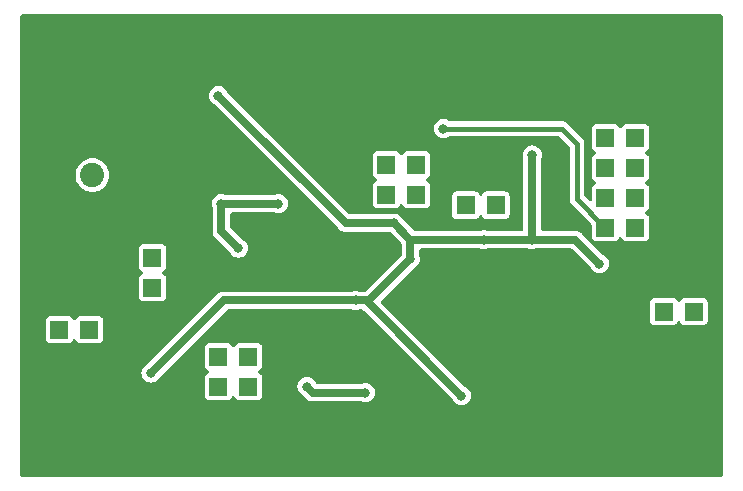
<source format=gbr>
%TF.GenerationSoftware,KiCad,Pcbnew,7.0.8-7.0.8~ubuntu23.04.1*%
%TF.CreationDate,2023-10-24T05:47:13+00:00*%
%TF.ProjectId,PCRD07,50435244-3037-42e6-9b69-6361645f7063,REV*%
%TF.SameCoordinates,PX6bb53e0PY7c5bf00*%
%TF.FileFunction,Copper,L1,Top*%
%TF.FilePolarity,Positive*%
%FSLAX46Y46*%
G04 Gerber Fmt 4.6, Leading zero omitted, Abs format (unit mm)*
G04 Created by KiCad (PCBNEW 7.0.8-7.0.8~ubuntu23.04.1) date 2023-10-24 05:47:13*
%MOMM*%
%LPD*%
G01*
G04 APERTURE LIST*
%TA.AperFunction,ComponentPad*%
%ADD10C,6.000000*%
%TD*%
%TA.AperFunction,ComponentPad*%
%ADD11C,2.050000*%
%TD*%
%TA.AperFunction,ComponentPad*%
%ADD12C,2.250000*%
%TD*%
%TA.AperFunction,ComponentPad*%
%ADD13R,1.524000X1.524000*%
%TD*%
%TA.AperFunction,ViaPad*%
%ADD14C,0.800000*%
%TD*%
%TA.AperFunction,Conductor*%
%ADD15C,0.700000*%
%TD*%
%TA.AperFunction,Conductor*%
%ADD16C,0.450000*%
%TD*%
%TA.AperFunction,Conductor*%
%ADD17C,0.400000*%
%TD*%
G04 APERTURE END LIST*
D10*
%TO.P,M1,1*%
%TO.N,GND*%
X10160000Y40640000D03*
%TD*%
%TO.P,M2,1*%
%TO.N,GND*%
X60960000Y40640000D03*
%TD*%
%TO.P,M3,1*%
%TO.N,GND*%
X10160000Y10160000D03*
%TD*%
%TO.P,M4,1*%
%TO.N,GND*%
X60960000Y10160000D03*
%TD*%
D11*
%TO.P,J8,1,In*%
%TO.N,Net-(J8-In)*%
X11938000Y31369000D03*
D12*
%TO.P,J8,2,Ext*%
%TO.N,GND*%
X9398000Y28829000D03*
X14478000Y28829000D03*
X9398000Y33909000D03*
X14478000Y33909000D03*
%TD*%
D13*
%TO.P,J1,1*%
%TO.N,GND*%
X62865000Y17272000D03*
%TO.P,J1,2*%
X60325000Y17272000D03*
%TO.P,J1,3*%
%TO.N,Net-(D1-K)*%
X62865000Y19812000D03*
%TO.P,J1,4*%
X60325000Y19812000D03*
%TO.P,J1,5*%
%TO.N,GND*%
X62865000Y22352000D03*
%TO.P,J1,6*%
X60325000Y22352000D03*
%TD*%
%TO.P,J2,1*%
%TO.N,GNDA*%
X25146000Y13462000D03*
%TO.P,J2,2*%
X25146000Y16002000D03*
%TD*%
%TO.P,J3,1*%
%TO.N,/#PeakDetect{slash}Trace*%
X22606000Y13462000D03*
%TO.P,J3,2*%
X22606000Y16002000D03*
%TD*%
%TO.P,J5,1*%
%TO.N,GNDA*%
X39370000Y29718000D03*
%TO.P,J5,2*%
X39370000Y32258000D03*
%TD*%
%TO.P,J6,1*%
%TO.N,/A{slash}D*%
X36830000Y29718000D03*
%TO.P,J6,2*%
X36830000Y32258000D03*
%TD*%
%TO.P,J7,1*%
%TO.N,Net-(U3-SDO)*%
X57912000Y32004000D03*
%TO.P,J7,2*%
X55372000Y32004000D03*
%TD*%
%TO.P,J10,1*%
%TO.N,Net-(U3-CONV)*%
X57912000Y26924000D03*
%TO.P,J10,2*%
X55372000Y26924000D03*
%TD*%
%TO.P,J9,1*%
%TO.N,Net-(U3-SDI)*%
X57912000Y34544000D03*
%TO.P,J9,2*%
X55372000Y34544000D03*
%TD*%
%TO.P,J4,1*%
%TO.N,Net-(U3-SCK)*%
X57912000Y29464000D03*
%TO.P,J4,2*%
X55372000Y29464000D03*
%TD*%
%TO.P,J11,1*%
%TO.N,Net-(U3-V_{REF})*%
X46101000Y28829000D03*
%TO.P,J11,2*%
%TO.N,/VCC2*%
X43561000Y28829000D03*
%TD*%
%TO.P,J12,1*%
%TO.N,GND*%
X9144000Y20828000D03*
%TO.P,J12,2*%
X11684000Y20828000D03*
%TO.P,J12,3*%
%TO.N,Net-(C16-Pad1)*%
X9144000Y18288000D03*
%TO.P,J12,4*%
X11684000Y18288000D03*
%TO.P,J12,5*%
%TO.N,GND*%
X9144000Y15748000D03*
%TO.P,J12,6*%
X11684000Y15748000D03*
%TD*%
%TO.P,J13,1*%
%TO.N,Net-(C16-Pad1)*%
X17018000Y21844000D03*
%TO.P,J13,2*%
%TO.N,Net-(J13-Pad2)*%
X17018000Y24384000D03*
%TD*%
D14*
%TO.N,GND*%
X39710000Y37846004D03*
X46736000Y31369000D03*
X48006000Y30226000D03*
%TO.N,VCC*%
X49149000Y25908000D03*
X37465000Y27305006D03*
X45085002Y25908000D03*
X38862006Y24257006D03*
X22606000Y38100000D03*
X16890994Y14605000D03*
X34214750Y20752750D03*
X49177426Y33070772D03*
X54864000Y23876000D03*
X43180000Y12700000D03*
%TO.N,GNDA*%
X35052000Y12954000D03*
X24297562Y25177763D03*
X30099000Y13462000D03*
X22860000Y28956000D03*
X27686008Y28956008D03*
%TO.N,Net-(U3-CONV)*%
X41656000Y35306000D03*
%TD*%
D15*
%TO.N,VCC*%
X37465000Y27305006D02*
X38862006Y25908000D01*
X37464994Y27305000D02*
X37465000Y27305006D01*
X38862006Y24257006D02*
X38862006Y25908000D01*
X49177426Y25936426D02*
X49149000Y25908000D01*
X23038750Y20752750D02*
X16891000Y14605000D01*
X34214750Y20752750D02*
X35357750Y20752750D01*
X22606000Y38100000D02*
X33401000Y27305000D01*
X52832000Y25908000D02*
X45085002Y25908000D01*
X16891000Y14605000D02*
X16890994Y14605000D01*
X35357750Y20752750D02*
X38862006Y24257006D01*
X49177426Y33070772D02*
X49177426Y25936426D01*
X35127250Y20752750D02*
X43180000Y12700000D01*
X49149000Y25908000D02*
X45085002Y25908000D01*
X33401000Y27305000D02*
X37464994Y27305000D01*
X34214750Y20752750D02*
X23038750Y20752750D01*
X38862006Y25908000D02*
X45085002Y25908000D01*
X54864000Y23876000D02*
X52832000Y25908000D01*
X34214750Y20752750D02*
X35127250Y20752750D01*
D16*
%TO.N,GNDA*%
X22860000Y28067000D02*
X22860000Y28448000D01*
X22860000Y28956000D02*
X22860000Y28067000D01*
D15*
X22860000Y26615325D02*
X24297562Y25177763D01*
D17*
X22860000Y28956000D02*
X22860000Y28448000D01*
D15*
X35052000Y12954000D02*
X30607000Y12954000D01*
X27686000Y28956000D02*
X27686008Y28956008D01*
X22860000Y28956000D02*
X22860000Y26615325D01*
X30607000Y12954000D02*
X30099000Y13462000D01*
X22860000Y28956000D02*
X27686000Y28956000D01*
D16*
X22860000Y26615325D02*
X22860000Y28067000D01*
%TO.N,Net-(U3-CONV)*%
X51689000Y35306000D02*
X41656000Y35306000D01*
X55372000Y26924000D02*
X52959000Y29337000D01*
X52959000Y29337000D02*
X52959000Y34036000D01*
X52959000Y34036000D02*
X51689000Y35306000D01*
%TD*%
%TA.AperFunction,Conductor*%
%TO.N,GND*%
G36*
X65227621Y44945498D02*
G01*
X65274114Y44891842D01*
X65285500Y44839500D01*
X65285500Y5960500D01*
X65265498Y5892379D01*
X65211842Y5845886D01*
X65159500Y5834500D01*
X5960500Y5834500D01*
X5892379Y5854502D01*
X5845886Y5908158D01*
X5834500Y5960500D01*
X5834500Y12668484D01*
X21443500Y12668484D01*
X21458353Y12574698D01*
X21515949Y12461658D01*
X21605657Y12371950D01*
X21635289Y12356852D01*
X21718696Y12314354D01*
X21812481Y12299500D01*
X23399518Y12299501D01*
X23493304Y12314354D01*
X23606342Y12371950D01*
X23696050Y12461658D01*
X23753646Y12574696D01*
X23753647Y12574709D01*
X23756163Y12582447D01*
X23796232Y12641055D01*
X23861627Y12668697D01*
X23931585Y12656595D01*
X23983894Y12608593D01*
X23995831Y12582459D01*
X23998352Y12574699D01*
X24055949Y12461658D01*
X24145657Y12371950D01*
X24175289Y12356852D01*
X24258696Y12314354D01*
X24352481Y12299500D01*
X25939518Y12299501D01*
X26033304Y12314354D01*
X26146342Y12371950D01*
X26236050Y12461658D01*
X26293646Y12574696D01*
X26308500Y12668481D01*
X26308499Y13462000D01*
X29293435Y13462000D01*
X29313632Y13282745D01*
X29313633Y13282743D01*
X29373211Y13112478D01*
X29373212Y13112475D01*
X29469182Y12959740D01*
X29469183Y12959738D01*
X29596737Y12832184D01*
X29596739Y12832183D01*
X29749474Y12736213D01*
X29755849Y12733143D01*
X29754914Y12731203D01*
X29791260Y12708372D01*
X30031168Y12468465D01*
X30043140Y12454611D01*
X30057390Y12435470D01*
X30097392Y12401905D01*
X30101411Y12398222D01*
X30107223Y12392410D01*
X30107227Y12392407D01*
X30107229Y12392405D01*
X30132939Y12372077D01*
X30191788Y12322696D01*
X30197922Y12318662D01*
X30197878Y12318597D01*
X30204034Y12314675D01*
X30204077Y12314743D01*
X30210319Y12310893D01*
X30210323Y12310890D01*
X30279914Y12278439D01*
X30348567Y12243960D01*
X30348569Y12243960D01*
X30355461Y12241451D01*
X30355433Y12241377D01*
X30362339Y12238977D01*
X30362365Y12239052D01*
X30369317Y12236749D01*
X30369327Y12236744D01*
X30444532Y12221216D01*
X30519279Y12203500D01*
X30519285Y12203500D01*
X30526567Y12202648D01*
X30526557Y12202571D01*
X30533825Y12201828D01*
X30533832Y12201907D01*
X30541135Y12201269D01*
X30541144Y12201267D01*
X30617898Y12203500D01*
X34751691Y12203500D01*
X34793305Y12196430D01*
X34872745Y12168632D01*
X35052000Y12148435D01*
X35231255Y12168632D01*
X35401522Y12228211D01*
X35554262Y12324184D01*
X35681816Y12451738D01*
X35777789Y12604478D01*
X35837368Y12774745D01*
X35857565Y12954000D01*
X35837368Y13133255D01*
X35777789Y13303522D01*
X35777787Y13303525D01*
X35777787Y13303526D01*
X35681817Y13456261D01*
X35681816Y13456263D01*
X35554262Y13583817D01*
X35554260Y13583818D01*
X35401525Y13679788D01*
X35401522Y13679789D01*
X35310694Y13711571D01*
X35231255Y13739368D01*
X35052000Y13759565D01*
X34872745Y13739368D01*
X34872742Y13739368D01*
X34872742Y13739367D01*
X34793306Y13711571D01*
X34751691Y13704500D01*
X30970058Y13704500D01*
X30901937Y13724502D01*
X30880961Y13741406D01*
X30852627Y13769741D01*
X30829797Y13806086D01*
X30827857Y13805151D01*
X30824787Y13811526D01*
X30728817Y13964261D01*
X30728816Y13964263D01*
X30601262Y14091817D01*
X30601260Y14091818D01*
X30448525Y14187788D01*
X30448522Y14187789D01*
X30278255Y14247368D01*
X30099000Y14267565D01*
X29919745Y14247368D01*
X29919742Y14247368D01*
X29919742Y14247367D01*
X29749477Y14187789D01*
X29749474Y14187788D01*
X29596739Y14091818D01*
X29596737Y14091817D01*
X29469183Y13964263D01*
X29469182Y13964261D01*
X29373212Y13811526D01*
X29373211Y13811523D01*
X29335762Y13704500D01*
X29313632Y13641255D01*
X29293435Y13462000D01*
X26308499Y13462000D01*
X26308499Y14255518D01*
X26293646Y14349304D01*
X26254697Y14425745D01*
X26236050Y14462343D01*
X26146342Y14552051D01*
X26033304Y14609646D01*
X26025547Y14612166D01*
X25966941Y14652239D01*
X25939303Y14717635D01*
X25951408Y14787592D01*
X25999413Y14839899D01*
X26025547Y14851834D01*
X26033297Y14854354D01*
X26033304Y14854354D01*
X26146342Y14911950D01*
X26236050Y15001658D01*
X26293646Y15114696D01*
X26308500Y15208481D01*
X26308499Y16795518D01*
X26293646Y16889304D01*
X26264848Y16945823D01*
X26236050Y17002343D01*
X26146342Y17092051D01*
X26051540Y17140354D01*
X26033304Y17149646D01*
X25939519Y17164500D01*
X25939515Y17164500D01*
X24352483Y17164500D01*
X24258697Y17149647D01*
X24145657Y17092051D01*
X24055949Y17002343D01*
X23998352Y16889302D01*
X23995833Y16881546D01*
X23955760Y16822940D01*
X23890363Y16795303D01*
X23820406Y16807410D01*
X23768100Y16855416D01*
X23756167Y16881546D01*
X23753647Y16889302D01*
X23696050Y17002343D01*
X23606342Y17092051D01*
X23511540Y17140354D01*
X23493304Y17149646D01*
X23399519Y17164500D01*
X23399515Y17164500D01*
X21812483Y17164500D01*
X21718697Y17149647D01*
X21605657Y17092051D01*
X21515949Y17002343D01*
X21458355Y16889306D01*
X21458354Y16889304D01*
X21443500Y16795519D01*
X21443500Y16795516D01*
X21443500Y15208484D01*
X21458353Y15114698D01*
X21515949Y15001658D01*
X21605657Y14911950D01*
X21663253Y14882604D01*
X21718696Y14854354D01*
X21718700Y14854354D01*
X21726448Y14851836D01*
X21785055Y14811766D01*
X21812696Y14746371D01*
X21800593Y14676413D01*
X21752590Y14624105D01*
X21726460Y14612170D01*
X21718701Y14609649D01*
X21605657Y14552051D01*
X21515949Y14462343D01*
X21458355Y14349306D01*
X21458354Y14349304D01*
X21443500Y14255519D01*
X21443500Y14255516D01*
X21443500Y12668484D01*
X5834500Y12668484D01*
X5834500Y14605000D01*
X16085429Y14605000D01*
X16105626Y14425745D01*
X16105627Y14425743D01*
X16165205Y14255478D01*
X16165206Y14255475D01*
X16261176Y14102740D01*
X16261177Y14102738D01*
X16388731Y13975184D01*
X16388733Y13975183D01*
X16541468Y13879213D01*
X16541469Y13879213D01*
X16541472Y13879211D01*
X16711739Y13819632D01*
X16890994Y13799435D01*
X17070249Y13819632D01*
X17240516Y13879211D01*
X17393256Y13975184D01*
X17520810Y14102738D01*
X17616783Y14255478D01*
X17616785Y14255487D01*
X17616787Y14255488D01*
X17619857Y14261860D01*
X17621809Y14260920D01*
X17644620Y14297254D01*
X23312712Y19965345D01*
X23375024Y19999371D01*
X23401807Y20002250D01*
X33914441Y20002250D01*
X33956055Y19995180D01*
X34035495Y19967382D01*
X34214750Y19947185D01*
X34394005Y19967382D01*
X34473444Y19995180D01*
X34515059Y20002250D01*
X34764192Y20002250D01*
X34832313Y19982248D01*
X34853287Y19965345D01*
X42426368Y12392265D01*
X42449216Y12355926D01*
X42451141Y12356852D01*
X42454210Y12350478D01*
X42550182Y12197740D01*
X42550183Y12197738D01*
X42677737Y12070184D01*
X42677739Y12070183D01*
X42830474Y11974213D01*
X42830475Y11974213D01*
X42830478Y11974211D01*
X43000745Y11914632D01*
X43180000Y11894435D01*
X43359255Y11914632D01*
X43529522Y11974211D01*
X43682262Y12070184D01*
X43809816Y12197738D01*
X43905789Y12350478D01*
X43965368Y12520745D01*
X43985565Y12700000D01*
X43965368Y12879255D01*
X43905789Y13049522D01*
X43905787Y13049525D01*
X43905787Y13049526D01*
X43809817Y13202261D01*
X43809816Y13202263D01*
X43682262Y13329817D01*
X43682260Y13329818D01*
X43529525Y13425788D01*
X43523151Y13428857D01*
X43524082Y13430792D01*
X43487738Y13453630D01*
X37922884Y19018484D01*
X59162500Y19018484D01*
X59177353Y18924698D01*
X59234949Y18811658D01*
X59324657Y18721950D01*
X59363299Y18702262D01*
X59437696Y18664354D01*
X59531481Y18649500D01*
X61118518Y18649501D01*
X61212304Y18664354D01*
X61325342Y18721950D01*
X61415050Y18811658D01*
X61472646Y18924696D01*
X61472647Y18924709D01*
X61475163Y18932447D01*
X61515232Y18991055D01*
X61580627Y19018697D01*
X61650585Y19006595D01*
X61702894Y18958593D01*
X61714831Y18932459D01*
X61717352Y18924699D01*
X61774949Y18811658D01*
X61864657Y18721950D01*
X61903299Y18702262D01*
X61977696Y18664354D01*
X62071481Y18649500D01*
X63658518Y18649501D01*
X63752304Y18664354D01*
X63865342Y18721950D01*
X63955050Y18811658D01*
X64012646Y18924696D01*
X64027500Y19018481D01*
X64027499Y20605518D01*
X64012646Y20699304D01*
X63983848Y20755823D01*
X63955050Y20812343D01*
X63865342Y20902051D01*
X63789502Y20940693D01*
X63752304Y20959646D01*
X63658519Y20974500D01*
X63658515Y20974500D01*
X62071483Y20974500D01*
X61977697Y20959647D01*
X61864657Y20902051D01*
X61774949Y20812343D01*
X61717352Y20699302D01*
X61714833Y20691546D01*
X61674760Y20632940D01*
X61609363Y20605303D01*
X61539406Y20617410D01*
X61487100Y20665416D01*
X61475167Y20691546D01*
X61472647Y20699302D01*
X61415050Y20812343D01*
X61325342Y20902051D01*
X61249502Y20940693D01*
X61212304Y20959646D01*
X61118519Y20974500D01*
X61118515Y20974500D01*
X59531483Y20974500D01*
X59437697Y20959647D01*
X59324657Y20902051D01*
X59234949Y20812343D01*
X59191260Y20726596D01*
X59177354Y20699304D01*
X59162500Y20605519D01*
X59162500Y20605516D01*
X59162500Y19018484D01*
X37922884Y19018484D01*
X36392962Y20548406D01*
X36358936Y20610718D01*
X36364001Y20681533D01*
X36392962Y20726596D01*
X37224681Y21558315D01*
X39169742Y23503377D01*
X39206088Y23526200D01*
X39205151Y23528146D01*
X39211521Y23531214D01*
X39211522Y23531216D01*
X39211528Y23531217D01*
X39364268Y23627190D01*
X39491822Y23754744D01*
X39587795Y23907484D01*
X39647374Y24077751D01*
X39667571Y24257006D01*
X39647374Y24436261D01*
X39619575Y24515705D01*
X39612506Y24557317D01*
X39612506Y25031500D01*
X39632508Y25099621D01*
X39686164Y25146114D01*
X39738506Y25157500D01*
X44784693Y25157500D01*
X44826307Y25150430D01*
X44905747Y25122632D01*
X45085002Y25102435D01*
X45264257Y25122632D01*
X45343696Y25150430D01*
X45385311Y25157500D01*
X48848691Y25157500D01*
X48890305Y25150430D01*
X48969745Y25122632D01*
X49149000Y25102435D01*
X49328255Y25122632D01*
X49407694Y25150430D01*
X49449309Y25157500D01*
X52468942Y25157500D01*
X52537063Y25137498D01*
X52558037Y25120595D01*
X54110370Y23568262D01*
X54133208Y23531918D01*
X54135143Y23532849D01*
X54138212Y23526475D01*
X54234182Y23373740D01*
X54234183Y23373738D01*
X54361737Y23246184D01*
X54361739Y23246183D01*
X54514474Y23150213D01*
X54514475Y23150213D01*
X54514478Y23150211D01*
X54684745Y23090632D01*
X54864000Y23070435D01*
X55043255Y23090632D01*
X55213522Y23150211D01*
X55366262Y23246184D01*
X55493816Y23373738D01*
X55589789Y23526478D01*
X55649368Y23696745D01*
X55669565Y23876000D01*
X55649368Y24055255D01*
X55589789Y24225522D01*
X55589787Y24225525D01*
X55589787Y24225526D01*
X55493817Y24378261D01*
X55493816Y24378263D01*
X55366262Y24505817D01*
X55366260Y24505818D01*
X55213522Y24601790D01*
X55207148Y24604859D01*
X55208074Y24606784D01*
X55171735Y24629632D01*
X53407834Y26393534D01*
X53395863Y26407385D01*
X53381610Y26426530D01*
X53364289Y26441064D01*
X53341614Y26460091D01*
X53337593Y26463775D01*
X53331777Y26469591D01*
X53306040Y26489941D01*
X53247216Y26539301D01*
X53241084Y26543334D01*
X53241127Y26543400D01*
X53234961Y26547328D01*
X53234920Y26547261D01*
X53228682Y26551109D01*
X53159057Y26583576D01*
X53090435Y26618039D01*
X53090434Y26618040D01*
X53090433Y26618040D01*
X53090430Y26618041D01*
X53083541Y26620548D01*
X53083567Y26620622D01*
X53076656Y26623025D01*
X53076632Y26622950D01*
X53069675Y26625256D01*
X53069673Y26625257D01*
X53069670Y26625258D01*
X53069666Y26625259D01*
X52994434Y26640793D01*
X52919719Y26658501D01*
X52912431Y26659352D01*
X52912440Y26659431D01*
X52905176Y26660173D01*
X52905170Y26660094D01*
X52897857Y26660734D01*
X52897856Y26660734D01*
X52821083Y26658500D01*
X50053926Y26658500D01*
X49985805Y26678502D01*
X49939312Y26732158D01*
X49927926Y26784500D01*
X49927926Y32770463D01*
X49934997Y32812078D01*
X49962794Y32891517D01*
X49982991Y33070772D01*
X49962794Y33250027D01*
X49903215Y33420294D01*
X49903213Y33420297D01*
X49903213Y33420298D01*
X49807243Y33573033D01*
X49807242Y33573035D01*
X49679688Y33700589D01*
X49679686Y33700590D01*
X49526951Y33796560D01*
X49526948Y33796561D01*
X49477639Y33813815D01*
X49356681Y33856140D01*
X49177426Y33876337D01*
X48998171Y33856140D01*
X48998168Y33856140D01*
X48998168Y33856139D01*
X48827903Y33796561D01*
X48827900Y33796560D01*
X48675165Y33700590D01*
X48675163Y33700589D01*
X48547609Y33573035D01*
X48547608Y33573033D01*
X48451638Y33420298D01*
X48451637Y33420295D01*
X48392059Y33250030D01*
X48392058Y33250027D01*
X48371861Y33070772D01*
X48392058Y32891517D01*
X48415354Y32824940D01*
X48419855Y32812078D01*
X48426926Y32770463D01*
X48426926Y26784500D01*
X48406924Y26716379D01*
X48353268Y26669886D01*
X48300926Y26658500D01*
X45385311Y26658500D01*
X45343696Y26665571D01*
X45343396Y26665676D01*
X45264257Y26693368D01*
X45085002Y26713565D01*
X44905747Y26693368D01*
X44826797Y26665742D01*
X44826308Y26665571D01*
X44784693Y26658500D01*
X39225064Y26658500D01*
X39156943Y26678502D01*
X39135968Y26695405D01*
X38681654Y27149719D01*
X38218628Y27612746D01*
X38195797Y27649092D01*
X38193857Y27648157D01*
X38190787Y27654532D01*
X38094817Y27807267D01*
X38094816Y27807269D01*
X37967262Y27934823D01*
X37967260Y27934824D01*
X37814525Y28030794D01*
X37814522Y28030795D01*
X37801122Y28035484D01*
X42398500Y28035484D01*
X42413353Y27941698D01*
X42470949Y27828658D01*
X42560657Y27738950D01*
X42579381Y27729410D01*
X42673696Y27681354D01*
X42767481Y27666500D01*
X44354518Y27666501D01*
X44448304Y27681354D01*
X44561342Y27738950D01*
X44651050Y27828658D01*
X44708646Y27941696D01*
X44708647Y27941709D01*
X44711163Y27949447D01*
X44751232Y28008055D01*
X44816627Y28035697D01*
X44886585Y28023595D01*
X44938894Y27975593D01*
X44950831Y27949459D01*
X44953352Y27941699D01*
X45010949Y27828658D01*
X45100657Y27738950D01*
X45119381Y27729410D01*
X45213696Y27681354D01*
X45307481Y27666500D01*
X46894518Y27666501D01*
X46988304Y27681354D01*
X47101342Y27738950D01*
X47191050Y27828658D01*
X47248646Y27941696D01*
X47263500Y28035481D01*
X47263499Y29622518D01*
X47248646Y29716304D01*
X47219848Y29772823D01*
X47191050Y29829343D01*
X47101342Y29919051D01*
X47025502Y29957693D01*
X46988304Y29976646D01*
X46894519Y29991500D01*
X46894515Y29991500D01*
X45307483Y29991500D01*
X45213697Y29976647D01*
X45100657Y29919051D01*
X45010949Y29829343D01*
X44953352Y29716302D01*
X44950833Y29708546D01*
X44910760Y29649940D01*
X44845363Y29622303D01*
X44775406Y29634410D01*
X44723100Y29682416D01*
X44711167Y29708546D01*
X44708647Y29716302D01*
X44651050Y29829343D01*
X44561342Y29919051D01*
X44485502Y29957693D01*
X44448304Y29976646D01*
X44354519Y29991500D01*
X44354515Y29991500D01*
X42767483Y29991500D01*
X42673697Y29976647D01*
X42560657Y29919051D01*
X42470949Y29829343D01*
X42426124Y29741367D01*
X42413354Y29716304D01*
X42398500Y29622519D01*
X42398500Y29622516D01*
X42398500Y28035484D01*
X37801122Y28035484D01*
X37723711Y28062571D01*
X37644255Y28090374D01*
X37465000Y28110571D01*
X37285745Y28090374D01*
X37285742Y28090374D01*
X37285742Y28090373D01*
X37206289Y28062571D01*
X37164674Y28055500D01*
X33764057Y28055500D01*
X33695936Y28075502D01*
X33674962Y28092405D01*
X32842883Y28924484D01*
X35667500Y28924484D01*
X35682353Y28830698D01*
X35739949Y28717658D01*
X35829657Y28627950D01*
X35863723Y28610593D01*
X35942696Y28570354D01*
X36036481Y28555500D01*
X37623518Y28555501D01*
X37717304Y28570354D01*
X37830342Y28627950D01*
X37920050Y28717658D01*
X37977646Y28830696D01*
X37977647Y28830709D01*
X37980163Y28838447D01*
X38020232Y28897055D01*
X38085627Y28924697D01*
X38155585Y28912595D01*
X38207894Y28864593D01*
X38219831Y28838459D01*
X38222352Y28830699D01*
X38279949Y28717658D01*
X38369657Y28627950D01*
X38403723Y28610593D01*
X38482696Y28570354D01*
X38576481Y28555500D01*
X40163518Y28555501D01*
X40257304Y28570354D01*
X40370342Y28627950D01*
X40460050Y28717658D01*
X40517646Y28830696D01*
X40532500Y28924481D01*
X40532499Y30511518D01*
X40517646Y30605304D01*
X40475402Y30688213D01*
X40460050Y30718343D01*
X40370342Y30808051D01*
X40257304Y30865646D01*
X40249547Y30868166D01*
X40190941Y30908239D01*
X40163303Y30973635D01*
X40175408Y31043592D01*
X40223413Y31095899D01*
X40249547Y31107834D01*
X40257297Y31110354D01*
X40257304Y31110354D01*
X40370342Y31167950D01*
X40460050Y31257658D01*
X40517646Y31370696D01*
X40532500Y31464481D01*
X40532499Y33051518D01*
X40517646Y33145304D01*
X40464287Y33250027D01*
X40460050Y33258343D01*
X40370342Y33348051D01*
X40275540Y33396354D01*
X40257304Y33405646D01*
X40163519Y33420500D01*
X40163515Y33420500D01*
X38576483Y33420500D01*
X38482697Y33405647D01*
X38369657Y33348051D01*
X38279949Y33258343D01*
X38222352Y33145302D01*
X38219833Y33137546D01*
X38179760Y33078940D01*
X38114363Y33051303D01*
X38044406Y33063410D01*
X37992100Y33111416D01*
X37980167Y33137546D01*
X37977647Y33145302D01*
X37920050Y33258343D01*
X37830342Y33348051D01*
X37735540Y33396354D01*
X37717304Y33405646D01*
X37623519Y33420500D01*
X37623515Y33420500D01*
X36036483Y33420500D01*
X35942697Y33405647D01*
X35829657Y33348051D01*
X35739949Y33258343D01*
X35686871Y33154170D01*
X35682354Y33145304D01*
X35667500Y33051519D01*
X35667500Y33051516D01*
X35667500Y31464484D01*
X35682353Y31370698D01*
X35739949Y31257658D01*
X35829657Y31167950D01*
X35887253Y31138604D01*
X35942696Y31110354D01*
X35942700Y31110354D01*
X35950448Y31107836D01*
X36009055Y31067766D01*
X36036696Y31002371D01*
X36024593Y30932413D01*
X35976590Y30880105D01*
X35950460Y30868170D01*
X35942701Y30865649D01*
X35829657Y30808051D01*
X35739949Y30718343D01*
X35686871Y30614170D01*
X35682354Y30605304D01*
X35667500Y30511519D01*
X35667500Y30511516D01*
X35667500Y28924484D01*
X32842883Y28924484D01*
X26461367Y35306000D01*
X40850435Y35306000D01*
X40870632Y35126745D01*
X40870633Y35126743D01*
X40930211Y34956478D01*
X40930212Y34956475D01*
X41026182Y34803740D01*
X41026183Y34803738D01*
X41153737Y34676184D01*
X41153739Y34676183D01*
X41306474Y34580213D01*
X41306475Y34580213D01*
X41306478Y34580211D01*
X41476745Y34520632D01*
X41656000Y34500435D01*
X41835255Y34520632D01*
X42005522Y34580211D01*
X42019018Y34588692D01*
X42134396Y34661187D01*
X42201432Y34680500D01*
X51377720Y34680500D01*
X51445841Y34660498D01*
X51466815Y34643595D01*
X52296595Y33813815D01*
X52330621Y33751503D01*
X52333500Y33724720D01*
X52333500Y29419966D01*
X52331765Y29404255D01*
X52332073Y29404225D01*
X52331326Y29396333D01*
X52333500Y29327187D01*
X52333500Y29297649D01*
X52334362Y29290818D01*
X52334828Y29284904D01*
X52336290Y29238377D01*
X52336291Y29238373D01*
X52341836Y29219285D01*
X52345843Y29199935D01*
X52348335Y29180212D01*
X52348336Y29180209D01*
X52365470Y29136930D01*
X52367393Y29131314D01*
X52380381Y29086613D01*
X52380381Y29086611D01*
X52390500Y29069500D01*
X52399192Y29051756D01*
X52406510Y29033276D01*
X52406513Y29033270D01*
X52433874Y28995610D01*
X52437134Y28990647D01*
X52460830Y28950580D01*
X52474883Y28936527D01*
X52487721Y28921496D01*
X52499405Y28905414D01*
X52535276Y28875739D01*
X52539657Y28871753D01*
X53778329Y27633080D01*
X54172595Y27238814D01*
X54206621Y27176502D01*
X54209500Y27149719D01*
X54209500Y26130484D01*
X54224353Y26036698D01*
X54281949Y25923658D01*
X54371657Y25833950D01*
X54410299Y25814262D01*
X54484696Y25776354D01*
X54578481Y25761500D01*
X56165518Y25761501D01*
X56259304Y25776354D01*
X56372342Y25833950D01*
X56462050Y25923658D01*
X56519646Y26036696D01*
X56519647Y26036709D01*
X56522163Y26044447D01*
X56562232Y26103055D01*
X56627627Y26130697D01*
X56697585Y26118595D01*
X56749894Y26070593D01*
X56761831Y26044459D01*
X56764352Y26036699D01*
X56821949Y25923658D01*
X56911657Y25833950D01*
X56950299Y25814262D01*
X57024696Y25776354D01*
X57118481Y25761500D01*
X58705518Y25761501D01*
X58799304Y25776354D01*
X58912342Y25833950D01*
X59002050Y25923658D01*
X59059646Y26036696D01*
X59074500Y26130481D01*
X59074499Y27717518D01*
X59059646Y27811304D01*
X59030848Y27867823D01*
X59002050Y27924343D01*
X58912342Y28014051D01*
X58799304Y28071646D01*
X58791547Y28074166D01*
X58732941Y28114239D01*
X58705303Y28179635D01*
X58717408Y28249592D01*
X58765413Y28301899D01*
X58791547Y28313834D01*
X58799297Y28316354D01*
X58799304Y28316354D01*
X58912342Y28373950D01*
X59002050Y28463658D01*
X59059646Y28576696D01*
X59074500Y28670481D01*
X59074499Y30257518D01*
X59059646Y30351304D01*
X59030848Y30407823D01*
X59002050Y30464343D01*
X58912342Y30554051D01*
X58799304Y30611646D01*
X58791547Y30614166D01*
X58732941Y30654239D01*
X58705303Y30719635D01*
X58717408Y30789592D01*
X58765413Y30841899D01*
X58791547Y30853834D01*
X58799297Y30856354D01*
X58799304Y30856354D01*
X58912342Y30913950D01*
X59002050Y31003658D01*
X59059646Y31116696D01*
X59074500Y31210481D01*
X59074499Y32797518D01*
X59059646Y32891304D01*
X59030848Y32947823D01*
X59002050Y33004343D01*
X58912342Y33094051D01*
X58799304Y33151646D01*
X58791547Y33154166D01*
X58732941Y33194239D01*
X58705303Y33259635D01*
X58717408Y33329592D01*
X58765413Y33381899D01*
X58791547Y33393834D01*
X58799297Y33396354D01*
X58799304Y33396354D01*
X58912342Y33453950D01*
X59002050Y33543658D01*
X59059646Y33656696D01*
X59074500Y33750481D01*
X59074499Y35337518D01*
X59059646Y35431304D01*
X59030848Y35487823D01*
X59002050Y35544343D01*
X58912342Y35634051D01*
X58836502Y35672693D01*
X58799304Y35691646D01*
X58705519Y35706500D01*
X58705515Y35706500D01*
X57118483Y35706500D01*
X57024697Y35691647D01*
X56911657Y35634051D01*
X56821949Y35544343D01*
X56764352Y35431302D01*
X56761833Y35423546D01*
X56721760Y35364940D01*
X56656363Y35337303D01*
X56586406Y35349410D01*
X56534100Y35397416D01*
X56522167Y35423546D01*
X56519647Y35431302D01*
X56462050Y35544343D01*
X56372342Y35634051D01*
X56296502Y35672693D01*
X56259304Y35691646D01*
X56165519Y35706500D01*
X56165515Y35706500D01*
X54578483Y35706500D01*
X54484697Y35691647D01*
X54371657Y35634051D01*
X54281949Y35544343D01*
X54224355Y35431306D01*
X54224354Y35431304D01*
X54209500Y35337519D01*
X54209500Y35337516D01*
X54209500Y33750484D01*
X54224353Y33656698D01*
X54281949Y33543658D01*
X54371657Y33453950D01*
X54429253Y33424604D01*
X54484696Y33396354D01*
X54484700Y33396354D01*
X54492448Y33393836D01*
X54551055Y33353766D01*
X54578696Y33288371D01*
X54566593Y33218413D01*
X54518590Y33166105D01*
X54492460Y33154170D01*
X54484701Y33151649D01*
X54371657Y33094051D01*
X54281949Y33004343D01*
X54224355Y32891306D01*
X54224354Y32891304D01*
X54209500Y32797519D01*
X54209500Y32797516D01*
X54209500Y31210484D01*
X54224353Y31116698D01*
X54281949Y31003658D01*
X54371657Y30913950D01*
X54429253Y30884604D01*
X54484696Y30856354D01*
X54484700Y30856354D01*
X54492448Y30853836D01*
X54551055Y30813766D01*
X54578696Y30748371D01*
X54566593Y30678413D01*
X54518590Y30626105D01*
X54492460Y30614170D01*
X54484701Y30611649D01*
X54371657Y30554051D01*
X54281949Y30464343D01*
X54224355Y30351306D01*
X54224354Y30351304D01*
X54209500Y30257519D01*
X54209500Y30257516D01*
X54209500Y29275281D01*
X54189498Y29207160D01*
X54135842Y29160667D01*
X54065568Y29150563D01*
X54000988Y29180057D01*
X53994405Y29186186D01*
X53621405Y29559186D01*
X53587379Y29621498D01*
X53584500Y29648281D01*
X53584500Y33953042D01*
X53586234Y33968752D01*
X53585926Y33968781D01*
X53586672Y33976669D01*
X53584500Y34045797D01*
X53584500Y34075346D01*
X53584500Y34075350D01*
X53583634Y34082199D01*
X53583171Y34088082D01*
X53581709Y34134627D01*
X53576163Y34153712D01*
X53572154Y34173078D01*
X53569665Y34192787D01*
X53569664Y34192789D01*
X53569664Y34192792D01*
X53552522Y34236087D01*
X53550606Y34241683D01*
X53537618Y34286390D01*
X53527498Y34303501D01*
X53518799Y34321259D01*
X53511486Y34339732D01*
X53484126Y34377389D01*
X53480864Y34382355D01*
X53457171Y34422421D01*
X53443117Y34436475D01*
X53430277Y34451508D01*
X53418595Y34467586D01*
X53418593Y34467588D01*
X53411398Y34473540D01*
X53382718Y34497266D01*
X53378345Y34501246D01*
X52189960Y35689631D01*
X52180076Y35701969D01*
X52179837Y35701771D01*
X52174783Y35707881D01*
X52124364Y35755227D01*
X52103477Y35776115D01*
X52103469Y35776122D01*
X52098023Y35780348D01*
X52093514Y35784199D01*
X52059583Y35816062D01*
X52059581Y35816063D01*
X52042157Y35825642D01*
X52025633Y35836497D01*
X52009937Y35848672D01*
X52009936Y35848673D01*
X51987592Y35858343D01*
X51967206Y35867165D01*
X51961875Y35869777D01*
X51921094Y35892196D01*
X51921090Y35892198D01*
X51901846Y35897139D01*
X51883143Y35903542D01*
X51864896Y35911438D01*
X51864893Y35911439D01*
X51818923Y35918720D01*
X51813111Y35919924D01*
X51768020Y35931500D01*
X51768019Y35931500D01*
X51748144Y35931500D01*
X51728434Y35933051D01*
X51708804Y35936160D01*
X51708803Y35936160D01*
X51662465Y35931780D01*
X51656532Y35931500D01*
X42201432Y35931500D01*
X42134396Y35950813D01*
X42005525Y36031788D01*
X42005522Y36031789D01*
X41835255Y36091368D01*
X41656000Y36111565D01*
X41476745Y36091368D01*
X41476742Y36091368D01*
X41476742Y36091367D01*
X41306477Y36031789D01*
X41306474Y36031788D01*
X41153739Y35935818D01*
X41153737Y35935817D01*
X41026183Y35808263D01*
X41026182Y35808261D01*
X40930212Y35655526D01*
X40930211Y35655523D01*
X40891308Y35544343D01*
X40870632Y35485255D01*
X40850435Y35306000D01*
X26461367Y35306000D01*
X23359631Y38407736D01*
X23336805Y38444085D01*
X23334859Y38443147D01*
X23331786Y38449528D01*
X23235817Y38602261D01*
X23235816Y38602263D01*
X23108262Y38729817D01*
X23108260Y38729818D01*
X22955525Y38825788D01*
X22955522Y38825789D01*
X22785255Y38885368D01*
X22606000Y38905565D01*
X22426745Y38885368D01*
X22426742Y38885368D01*
X22426742Y38885367D01*
X22256477Y38825789D01*
X22256474Y38825788D01*
X22103739Y38729818D01*
X22103737Y38729817D01*
X21976183Y38602263D01*
X21976182Y38602261D01*
X21880212Y38449526D01*
X21880211Y38449523D01*
X21877980Y38443147D01*
X21820632Y38279255D01*
X21800435Y38100000D01*
X21820632Y37920745D01*
X21820633Y37920743D01*
X21880211Y37750478D01*
X21880212Y37750475D01*
X21976182Y37597740D01*
X21976183Y37597738D01*
X22103737Y37470184D01*
X22103739Y37470183D01*
X22256472Y37374214D01*
X22262853Y37371141D01*
X22261915Y37369195D01*
X22298264Y37346369D01*
X32825161Y26819472D01*
X32837133Y26805620D01*
X32851390Y26786470D01*
X32891392Y26752905D01*
X32895411Y26749222D01*
X32901223Y26743410D01*
X32901227Y26743407D01*
X32901229Y26743405D01*
X32926944Y26723073D01*
X32985784Y26673699D01*
X32991923Y26669661D01*
X32991880Y26669596D01*
X32998034Y26665676D01*
X32998076Y26665742D01*
X33004325Y26661888D01*
X33073930Y26629431D01*
X33142564Y26594961D01*
X33149461Y26592451D01*
X33149433Y26592377D01*
X33156339Y26589977D01*
X33156365Y26590052D01*
X33163317Y26587749D01*
X33163327Y26587744D01*
X33238532Y26572216D01*
X33313279Y26554500D01*
X33313285Y26554500D01*
X33320567Y26553648D01*
X33320557Y26553571D01*
X33327825Y26552828D01*
X33327832Y26552907D01*
X33335135Y26552269D01*
X33335144Y26552267D01*
X33411898Y26554500D01*
X37101948Y26554500D01*
X37170069Y26534498D01*
X37191043Y26517595D01*
X38074601Y25634037D01*
X38108627Y25571725D01*
X38111506Y25544942D01*
X38111506Y24620064D01*
X38091504Y24551943D01*
X38074601Y24530969D01*
X35083787Y21540155D01*
X35021475Y21506129D01*
X34994692Y21503250D01*
X34515059Y21503250D01*
X34473444Y21510321D01*
X34394005Y21538118D01*
X34214750Y21558315D01*
X34035495Y21538118D01*
X34035492Y21538118D01*
X34035492Y21538117D01*
X33956056Y21510321D01*
X33914441Y21503250D01*
X23102602Y21503250D01*
X23084343Y21504580D01*
X23060728Y21508039D01*
X23060727Y21508039D01*
X23054375Y21507484D01*
X23008725Y21503490D01*
X23003232Y21503250D01*
X22995037Y21503250D01*
X22962457Y21499442D01*
X22885954Y21492749D01*
X22878769Y21491265D01*
X22878753Y21491341D01*
X22871615Y21489759D01*
X22871633Y21489683D01*
X22864496Y21487992D01*
X22792323Y21461724D01*
X22719422Y21437568D01*
X22712772Y21434466D01*
X22712739Y21434536D01*
X22706155Y21431349D01*
X22706190Y21431280D01*
X22699629Y21427985D01*
X22635459Y21385780D01*
X22570094Y21345461D01*
X22570092Y21345460D01*
X22570090Y21345458D01*
X22564337Y21340909D01*
X22564288Y21340970D01*
X22558627Y21336359D01*
X22558677Y21336299D01*
X22553056Y21331583D01*
X22500347Y21275715D01*
X16583263Y15358633D01*
X16546919Y15335785D01*
X16547847Y15333859D01*
X16541468Y15330788D01*
X16388733Y15234818D01*
X16388731Y15234817D01*
X16261177Y15107263D01*
X16261176Y15107261D01*
X16165206Y14954526D01*
X16165205Y14954523D01*
X16106794Y14787592D01*
X16105626Y14784255D01*
X16085429Y14605000D01*
X5834500Y14605000D01*
X5834500Y17494484D01*
X7981500Y17494484D01*
X7996353Y17400698D01*
X8053949Y17287658D01*
X8143657Y17197950D01*
X8182299Y17178262D01*
X8256696Y17140354D01*
X8350481Y17125500D01*
X9937518Y17125501D01*
X10031304Y17140354D01*
X10144342Y17197950D01*
X10234050Y17287658D01*
X10291646Y17400696D01*
X10291647Y17400709D01*
X10294163Y17408447D01*
X10334232Y17467055D01*
X10399627Y17494697D01*
X10469585Y17482595D01*
X10521894Y17434593D01*
X10533831Y17408459D01*
X10536352Y17400699D01*
X10593949Y17287658D01*
X10683657Y17197950D01*
X10722299Y17178262D01*
X10796696Y17140354D01*
X10890481Y17125500D01*
X12477518Y17125501D01*
X12571304Y17140354D01*
X12684342Y17197950D01*
X12774050Y17287658D01*
X12831646Y17400696D01*
X12846500Y17494481D01*
X12846499Y19081518D01*
X12831646Y19175304D01*
X12802848Y19231823D01*
X12774050Y19288343D01*
X12684342Y19378051D01*
X12608502Y19416693D01*
X12571304Y19435646D01*
X12477519Y19450500D01*
X12477515Y19450500D01*
X10890483Y19450500D01*
X10796697Y19435647D01*
X10683657Y19378051D01*
X10593949Y19288343D01*
X10536352Y19175302D01*
X10533833Y19167546D01*
X10493760Y19108940D01*
X10428363Y19081303D01*
X10358406Y19093410D01*
X10306100Y19141416D01*
X10294167Y19167546D01*
X10291647Y19175302D01*
X10234050Y19288343D01*
X10144342Y19378051D01*
X10068502Y19416693D01*
X10031304Y19435646D01*
X9937519Y19450500D01*
X9937515Y19450500D01*
X8350483Y19450500D01*
X8256697Y19435647D01*
X8143657Y19378051D01*
X8053949Y19288343D01*
X7996355Y19175306D01*
X7996354Y19175304D01*
X7981500Y19081519D01*
X7981500Y19081516D01*
X7981500Y17494484D01*
X5834500Y17494484D01*
X5834500Y21050484D01*
X15855500Y21050484D01*
X15870353Y20956698D01*
X15927949Y20843658D01*
X16017657Y20753950D01*
X16056299Y20734262D01*
X16130696Y20696354D01*
X16224481Y20681500D01*
X17811518Y20681501D01*
X17905304Y20696354D01*
X18018342Y20753950D01*
X18108050Y20843658D01*
X18165646Y20956696D01*
X18180500Y21050481D01*
X18180499Y22637518D01*
X18165646Y22731304D01*
X18136848Y22787823D01*
X18108050Y22844343D01*
X18018342Y22934051D01*
X17905304Y22991646D01*
X17897547Y22994166D01*
X17838941Y23034239D01*
X17811303Y23099635D01*
X17823408Y23169592D01*
X17871413Y23221899D01*
X17897547Y23233834D01*
X17905297Y23236354D01*
X17905304Y23236354D01*
X18018342Y23293950D01*
X18108050Y23383658D01*
X18165646Y23496696D01*
X18180500Y23590481D01*
X18180499Y25177518D01*
X18165646Y25271304D01*
X18136848Y25327823D01*
X18108050Y25384343D01*
X18018342Y25474051D01*
X17942502Y25512693D01*
X17905304Y25531646D01*
X17811519Y25546500D01*
X17811515Y25546500D01*
X16224483Y25546500D01*
X16130697Y25531647D01*
X16017657Y25474051D01*
X15927949Y25384343D01*
X15870355Y25271306D01*
X15870354Y25271304D01*
X15855539Y25177763D01*
X15855500Y25177516D01*
X15855500Y23590484D01*
X15870353Y23496698D01*
X15927949Y23383658D01*
X16017657Y23293950D01*
X16075253Y23264604D01*
X16130696Y23236354D01*
X16130700Y23236354D01*
X16138448Y23233836D01*
X16197055Y23193766D01*
X16224696Y23128371D01*
X16212593Y23058413D01*
X16164590Y23006105D01*
X16138460Y22994170D01*
X16130701Y22991649D01*
X16017657Y22934051D01*
X15927949Y22844343D01*
X15870355Y22731306D01*
X15870354Y22731304D01*
X15855500Y22637519D01*
X15855500Y22637516D01*
X15855500Y21050484D01*
X5834500Y21050484D01*
X5834500Y28956000D01*
X22054435Y28956000D01*
X22074632Y28776745D01*
X22102429Y28697306D01*
X22109500Y28655691D01*
X22109500Y26679178D01*
X22108170Y26660919D01*
X22104711Y26637306D01*
X22104711Y26637300D01*
X22109260Y26585298D01*
X22109500Y26579805D01*
X22109500Y26571613D01*
X22113306Y26539050D01*
X22120000Y26462531D01*
X22121484Y26455345D01*
X22121408Y26455330D01*
X22122990Y26448190D01*
X22123067Y26448208D01*
X22124760Y26441064D01*
X22151025Y26368902D01*
X22175182Y26295999D01*
X22178285Y26289346D01*
X22178214Y26289314D01*
X22181403Y26282728D01*
X22181471Y26282762D01*
X22184761Y26276210D01*
X22226965Y26212042D01*
X22267286Y26146671D01*
X22271841Y26140911D01*
X22271779Y26140863D01*
X22276395Y26135198D01*
X22276455Y26135248D01*
X22281166Y26129634D01*
X22281167Y26129633D01*
X22281170Y26129629D01*
X22337018Y26076939D01*
X23543931Y24870027D01*
X23566778Y24833689D01*
X23568703Y24834615D01*
X23571772Y24828241D01*
X23667744Y24675503D01*
X23667745Y24675501D01*
X23795299Y24547947D01*
X23795301Y24547946D01*
X23948036Y24451976D01*
X23948037Y24451976D01*
X23948040Y24451974D01*
X24118307Y24392395D01*
X24297562Y24372198D01*
X24476817Y24392395D01*
X24647084Y24451974D01*
X24799824Y24547947D01*
X24927378Y24675501D01*
X25023351Y24828241D01*
X25082930Y24998508D01*
X25103127Y25177763D01*
X25082930Y25357018D01*
X25023351Y25527285D01*
X25023349Y25527288D01*
X25023349Y25527289D01*
X24927379Y25680024D01*
X24927378Y25680026D01*
X24799824Y25807580D01*
X24799822Y25807581D01*
X24647084Y25903553D01*
X24640710Y25906622D01*
X24641636Y25908547D01*
X24605298Y25931394D01*
X23647402Y26889291D01*
X23613379Y26951600D01*
X23610500Y26978383D01*
X23610500Y28079500D01*
X23630502Y28147621D01*
X23684158Y28194114D01*
X23736500Y28205500D01*
X27385722Y28205500D01*
X27427336Y28198430D01*
X27506753Y28170640D01*
X27686008Y28150443D01*
X27865263Y28170640D01*
X28035530Y28230219D01*
X28188270Y28326192D01*
X28315824Y28453746D01*
X28411797Y28606486D01*
X28471376Y28776753D01*
X28491573Y28956008D01*
X28471376Y29135263D01*
X28411797Y29305530D01*
X28411795Y29305533D01*
X28411795Y29305534D01*
X28315825Y29458269D01*
X28315824Y29458271D01*
X28188270Y29585825D01*
X28188268Y29585826D01*
X28035533Y29681796D01*
X28035530Y29681797D01*
X27964933Y29706500D01*
X27865263Y29741376D01*
X27686008Y29761573D01*
X27506753Y29741376D01*
X27435099Y29716303D01*
X27427291Y29713571D01*
X27385676Y29706500D01*
X23160309Y29706500D01*
X23118694Y29713571D01*
X23110889Y29716302D01*
X23039255Y29741368D01*
X22860000Y29761565D01*
X22680745Y29741368D01*
X22680742Y29741368D01*
X22680742Y29741367D01*
X22510477Y29681789D01*
X22510474Y29681788D01*
X22357739Y29585818D01*
X22357737Y29585817D01*
X22230183Y29458263D01*
X22230182Y29458261D01*
X22134212Y29305526D01*
X22134211Y29305523D01*
X22075218Y29136930D01*
X22074632Y29135255D01*
X22054435Y28956000D01*
X5834500Y28956000D01*
X5834500Y31369000D01*
X10507615Y31369000D01*
X10521735Y31198595D01*
X10527125Y31133559D01*
X10585115Y30904559D01*
X10585118Y30904552D01*
X10680013Y30688213D01*
X10809222Y30490442D01*
X10809225Y30490439D01*
X10969227Y30316632D01*
X11155654Y30171530D01*
X11363421Y30059092D01*
X11586861Y29982384D01*
X11819880Y29943500D01*
X11819884Y29943500D01*
X12056116Y29943500D01*
X12056120Y29943500D01*
X12289139Y29982384D01*
X12512579Y30059092D01*
X12720346Y30171530D01*
X12906773Y30316632D01*
X13066775Y30490439D01*
X13195986Y30688212D01*
X13290883Y30904555D01*
X13348876Y31133566D01*
X13368385Y31369000D01*
X13348876Y31604434D01*
X13290883Y31833445D01*
X13195986Y32049788D01*
X13066777Y32247559D01*
X13066772Y32247564D01*
X12906773Y32421368D01*
X12720346Y32566470D01*
X12720345Y32566471D01*
X12512578Y32678909D01*
X12512572Y32678911D01*
X12289143Y32755615D01*
X12289136Y32755617D01*
X12189409Y32772258D01*
X12056120Y32794500D01*
X11819880Y32794500D01*
X11703266Y32775041D01*
X11586863Y32755617D01*
X11586856Y32755615D01*
X11363427Y32678911D01*
X11363421Y32678909D01*
X11155654Y32566471D01*
X11155653Y32566470D01*
X10969227Y32421368D01*
X10809227Y32247564D01*
X10809222Y32247559D01*
X10680013Y32049788D01*
X10585118Y31833449D01*
X10585115Y31833442D01*
X10527125Y31604442D01*
X10527124Y31604436D01*
X10527124Y31604434D01*
X10507615Y31369000D01*
X5834500Y31369000D01*
X5834500Y44839500D01*
X5854502Y44907621D01*
X5908158Y44954114D01*
X5960500Y44965500D01*
X65159500Y44965500D01*
X65227621Y44945498D01*
G37*
%TD.AperFunction*%
%TD*%
M02*

</source>
